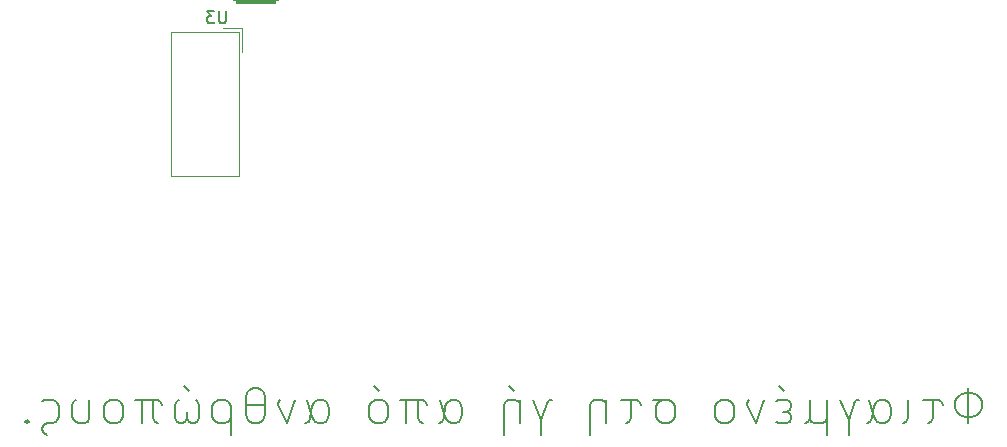
<source format=gbo>
%TF.GenerationSoftware,KiCad,Pcbnew,7.0.7*%
%TF.CreationDate,2023-10-20T22:51:04+03:00*%
%TF.ProjectId,picoballoon,7069636f-6261-46c6-9c6f-6f6e2e6b6963,rev?*%
%TF.SameCoordinates,Original*%
%TF.FileFunction,Legend,Bot*%
%TF.FilePolarity,Positive*%
%FSLAX46Y46*%
G04 Gerber Fmt 4.6, Leading zero omitted, Abs format (unit mm)*
G04 Created by KiCad (PCBNEW 7.0.7) date 2023-10-20 22:51:04*
%MOMM*%
%LPD*%
G01*
G04 APERTURE LIST*
G04 Aperture macros list*
%AMRoundRect*
0 Rectangle with rounded corners*
0 $1 Rounding radius*
0 $2 $3 $4 $5 $6 $7 $8 $9 X,Y pos of 4 corners*
0 Add a 4 corners polygon primitive as box body*
4,1,4,$2,$3,$4,$5,$6,$7,$8,$9,$2,$3,0*
0 Add four circle primitives for the rounded corners*
1,1,$1+$1,$2,$3*
1,1,$1+$1,$4,$5*
1,1,$1+$1,$6,$7*
1,1,$1+$1,$8,$9*
0 Add four rect primitives between the rounded corners*
20,1,$1+$1,$2,$3,$4,$5,0*
20,1,$1+$1,$4,$5,$6,$7,0*
20,1,$1+$1,$6,$7,$8,$9,0*
20,1,$1+$1,$8,$9,$2,$3,0*%
%AMHorizOval*
0 Thick line with rounded ends*
0 $1 width*
0 $2 $3 position (X,Y) of the first rounded end (center of the circle)*
0 $4 $5 position (X,Y) of the second rounded end (center of the circle)*
0 Add line between two ends*
20,1,$1,$2,$3,$4,$5,0*
0 Add two circle primitives to create the rounded ends*
1,1,$1,$2,$3*
1,1,$1,$4,$5*%
%AMRotRect*
0 Rectangle, with rotation*
0 The origin of the aperture is its center*
0 $1 length*
0 $2 width*
0 $3 Rotation angle, in degrees counterclockwise*
0 Add horizontal line*
21,1,$1,$2,0,0,$3*%
G04 Aperture macros list end*
%ADD10C,0.200000*%
%ADD11C,0.150000*%
%ADD12C,0.120000*%
%ADD13RoundRect,0.250002X-1.699998X-1.699998X1.699998X-1.699998X1.699998X1.699998X-1.699998X1.699998X0*%
%ADD14C,1.600000*%
%ADD15C,1.400000*%
%ADD16O,1.400000X1.400000*%
%ADD17R,1.000000X1.000000*%
%ADD18O,1.000000X1.000000*%
%ADD19RotRect,1.700000X1.700000X34.000000*%
%ADD20HorizOval,1.700000X0.000000X0.000000X0.000000X0.000000X0*%
%ADD21RotRect,1.700000X1.700000X225.000000*%
%ADD22HorizOval,1.700000X0.000000X0.000000X0.000000X0.000000X0*%
%ADD23O,0.800000X0.800000*%
%ADD24O,1.450000X2.000000*%
%ADD25O,1.150000X1.800000*%
%ADD26R,1.800000X1.800000*%
%ADD27C,1.800000*%
%ADD28RotRect,1.700000X1.700000X135.000000*%
%ADD29HorizOval,1.700000X0.000000X0.000000X0.000000X0.000000X0*%
%ADD30R,2.400000X2.400000*%
%ADD31C,2.400000*%
%ADD32C,5.300000*%
%ADD33HorizOval,1.400000X0.000000X0.000000X0.000000X0.000000X0*%
%ADD34C,1.500000*%
%ADD35RotRect,1.000000X1.000000X45.000000*%
%ADD36HorizOval,1.000000X0.000000X0.000000X0.000000X0.000000X0*%
%ADD37R,1.500000X1.500000*%
G04 APERTURE END LIST*
D10*
X182700993Y-95888457D02*
X182700993Y-92888457D01*
X182986707Y-93317028D02*
X182415279Y-93317028D01*
X182415279Y-93317028D02*
X181986707Y-93459885D01*
X181986707Y-93459885D02*
X181700993Y-93745600D01*
X181700993Y-93745600D02*
X181558136Y-94031314D01*
X181558136Y-94031314D02*
X181558136Y-94602742D01*
X181558136Y-94602742D02*
X181700993Y-94888457D01*
X181700993Y-94888457D02*
X181986707Y-95174171D01*
X181986707Y-95174171D02*
X182415279Y-95317028D01*
X182415279Y-95317028D02*
X182986707Y-95317028D01*
X182986707Y-95317028D02*
X183415279Y-95174171D01*
X183415279Y-95174171D02*
X183700993Y-94888457D01*
X183700993Y-94888457D02*
X183843850Y-94602742D01*
X183843850Y-94602742D02*
X183843850Y-94031314D01*
X183843850Y-94031314D02*
X183700993Y-93745600D01*
X183700993Y-93745600D02*
X183415279Y-93459885D01*
X183415279Y-93459885D02*
X182986707Y-93317028D01*
X180558136Y-94317028D02*
X180415279Y-94031314D01*
X180415279Y-94031314D02*
X180129565Y-93888457D01*
X180129565Y-93888457D02*
X178843850Y-93888457D01*
X179700993Y-93888457D02*
X179700993Y-95459885D01*
X179700993Y-95459885D02*
X179558136Y-95745600D01*
X179558136Y-95745600D02*
X179272422Y-95888457D01*
X177558136Y-93888457D02*
X177558136Y-95459885D01*
X177558136Y-95459885D02*
X177415279Y-95745600D01*
X177415279Y-95745600D02*
X177129564Y-95888457D01*
X174272421Y-93888457D02*
X174700993Y-95317028D01*
X174700993Y-95317028D02*
X174843850Y-95602742D01*
X174843850Y-95602742D02*
X174986707Y-95745600D01*
X174986707Y-95745600D02*
X175272421Y-95888457D01*
X175272421Y-95888457D02*
X175558135Y-95888457D01*
X175558135Y-95888457D02*
X175843850Y-95745600D01*
X175843850Y-95745600D02*
X175986707Y-95602742D01*
X175986707Y-95602742D02*
X176129564Y-95174171D01*
X176129564Y-95174171D02*
X176129564Y-94602742D01*
X176129564Y-94602742D02*
X175986707Y-94174171D01*
X175986707Y-94174171D02*
X175843850Y-94031314D01*
X175843850Y-94031314D02*
X175558135Y-93888457D01*
X175558135Y-93888457D02*
X175272421Y-93888457D01*
X175272421Y-93888457D02*
X174986707Y-94031314D01*
X174986707Y-94031314D02*
X174843850Y-94174171D01*
X174843850Y-94174171D02*
X174700993Y-94459885D01*
X174700993Y-94459885D02*
X174558135Y-95459885D01*
X174558135Y-95459885D02*
X174415278Y-95745600D01*
X174415278Y-95745600D02*
X174129564Y-95888457D01*
X172558135Y-95602742D02*
X172558135Y-96888457D01*
X173415278Y-93888457D02*
X173272421Y-93888457D01*
X173272421Y-93888457D02*
X173129564Y-94031314D01*
X173129564Y-94031314D02*
X172558135Y-95602742D01*
X172558135Y-95602742D02*
X171843850Y-93888457D01*
X170700993Y-93888457D02*
X170700993Y-96888457D01*
X169272421Y-95459885D02*
X169129564Y-95745600D01*
X169129564Y-95745600D02*
X168843850Y-95888457D01*
X170700993Y-95459885D02*
X170558136Y-95745600D01*
X170558136Y-95745600D02*
X170272421Y-95888457D01*
X170272421Y-95888457D02*
X169700993Y-95888457D01*
X169700993Y-95888457D02*
X169415279Y-95745600D01*
X169415279Y-95745600D02*
X169272421Y-95459885D01*
X169272421Y-95459885D02*
X169272421Y-93888457D01*
X167272422Y-94888457D02*
X167558136Y-95031314D01*
X167558136Y-95031314D02*
X167700993Y-95317028D01*
X167700993Y-95317028D02*
X167700993Y-95459885D01*
X167700993Y-95459885D02*
X167558136Y-95745600D01*
X167558136Y-95745600D02*
X167272422Y-95888457D01*
X167272422Y-95888457D02*
X166700993Y-95888457D01*
X166700993Y-95888457D02*
X166415279Y-95745600D01*
X166986707Y-94888457D02*
X167272422Y-94888457D01*
X167272422Y-94888457D02*
X167558136Y-94745600D01*
X167558136Y-94745600D02*
X167700993Y-94459885D01*
X167700993Y-94459885D02*
X167700993Y-94317028D01*
X167700993Y-94317028D02*
X167558136Y-94031314D01*
X167558136Y-94031314D02*
X167272422Y-93888457D01*
X167272422Y-93888457D02*
X166700993Y-93888457D01*
X166700993Y-93888457D02*
X166415279Y-94031314D01*
X166700993Y-92745600D02*
X167129564Y-93174171D01*
X165415279Y-93888457D02*
X164700993Y-95888457D01*
X164700993Y-95888457D02*
X163986708Y-94317028D01*
X163986708Y-94317028D02*
X163986708Y-94174171D01*
X163986708Y-94174171D02*
X164129565Y-93888457D01*
X162272422Y-95888457D02*
X162558137Y-95745600D01*
X162558137Y-95745600D02*
X162700994Y-95602742D01*
X162700994Y-95602742D02*
X162843851Y-95317028D01*
X162843851Y-95317028D02*
X162843851Y-94459885D01*
X162843851Y-94459885D02*
X162700994Y-94174171D01*
X162700994Y-94174171D02*
X162558137Y-94031314D01*
X162558137Y-94031314D02*
X162272422Y-93888457D01*
X162272422Y-93888457D02*
X161843851Y-93888457D01*
X161843851Y-93888457D02*
X161558137Y-94031314D01*
X161558137Y-94031314D02*
X161415280Y-94174171D01*
X161415280Y-94174171D02*
X161272422Y-94459885D01*
X161272422Y-94459885D02*
X161272422Y-95317028D01*
X161272422Y-95317028D02*
X161415280Y-95602742D01*
X161415280Y-95602742D02*
X161558137Y-95745600D01*
X161558137Y-95745600D02*
X161843851Y-95888457D01*
X161843851Y-95888457D02*
X162272422Y-95888457D01*
X155986708Y-93888457D02*
X157272422Y-93888457D01*
X157272422Y-93888457D02*
X157558137Y-94031314D01*
X157558137Y-94031314D02*
X157700994Y-94174171D01*
X157700994Y-94174171D02*
X157843851Y-94459885D01*
X157843851Y-94459885D02*
X157843851Y-95317028D01*
X157843851Y-95317028D02*
X157700994Y-95602742D01*
X157700994Y-95602742D02*
X157558137Y-95745600D01*
X157558137Y-95745600D02*
X157272422Y-95888457D01*
X157272422Y-95888457D02*
X156843851Y-95888457D01*
X156843851Y-95888457D02*
X156558137Y-95745600D01*
X156558137Y-95745600D02*
X156415280Y-95602742D01*
X156415280Y-95602742D02*
X156272422Y-95317028D01*
X156272422Y-95317028D02*
X156272422Y-94459885D01*
X156272422Y-94459885D02*
X156415280Y-94174171D01*
X156415280Y-94174171D02*
X156558137Y-94031314D01*
X156558137Y-94031314D02*
X156843851Y-93888457D01*
X154986708Y-94317028D02*
X154843851Y-94031314D01*
X154843851Y-94031314D02*
X154558137Y-93888457D01*
X154558137Y-93888457D02*
X153272422Y-93888457D01*
X154129565Y-93888457D02*
X154129565Y-95459885D01*
X154129565Y-95459885D02*
X153986708Y-95745600D01*
X153986708Y-95745600D02*
X153700994Y-95888457D01*
X151986708Y-93888457D02*
X151986708Y-95888457D01*
X151986708Y-94174171D02*
X151843851Y-94031314D01*
X151843851Y-94031314D02*
X151558136Y-93888457D01*
X151558136Y-93888457D02*
X151129565Y-93888457D01*
X151129565Y-93888457D02*
X150843851Y-94031314D01*
X150843851Y-94031314D02*
X150700994Y-94317028D01*
X150700994Y-94317028D02*
X150700994Y-96888457D01*
X146558136Y-95602742D02*
X146558136Y-96888457D01*
X147415279Y-93888457D02*
X147272422Y-93888457D01*
X147272422Y-93888457D02*
X147129565Y-94031314D01*
X147129565Y-94031314D02*
X146558136Y-95602742D01*
X146558136Y-95602742D02*
X145843851Y-93888457D01*
X144700994Y-93888457D02*
X144700994Y-95888457D01*
X144700994Y-94174171D02*
X144558137Y-94031314D01*
X144558137Y-94031314D02*
X144272422Y-93888457D01*
X144272422Y-93888457D02*
X143843851Y-93888457D01*
X143843851Y-93888457D02*
X143558137Y-94031314D01*
X143558137Y-94031314D02*
X143415280Y-94317028D01*
X143415280Y-94317028D02*
X143415280Y-96888457D01*
X143843851Y-92745600D02*
X144272422Y-93174171D01*
X137986708Y-93888457D02*
X138415280Y-95317028D01*
X138415280Y-95317028D02*
X138558137Y-95602742D01*
X138558137Y-95602742D02*
X138700994Y-95745600D01*
X138700994Y-95745600D02*
X138986708Y-95888457D01*
X138986708Y-95888457D02*
X139272422Y-95888457D01*
X139272422Y-95888457D02*
X139558137Y-95745600D01*
X139558137Y-95745600D02*
X139700994Y-95602742D01*
X139700994Y-95602742D02*
X139843851Y-95174171D01*
X139843851Y-95174171D02*
X139843851Y-94602742D01*
X139843851Y-94602742D02*
X139700994Y-94174171D01*
X139700994Y-94174171D02*
X139558137Y-94031314D01*
X139558137Y-94031314D02*
X139272422Y-93888457D01*
X139272422Y-93888457D02*
X138986708Y-93888457D01*
X138986708Y-93888457D02*
X138700994Y-94031314D01*
X138700994Y-94031314D02*
X138558137Y-94174171D01*
X138558137Y-94174171D02*
X138415280Y-94459885D01*
X138415280Y-94459885D02*
X138272422Y-95459885D01*
X138272422Y-95459885D02*
X138129565Y-95745600D01*
X138129565Y-95745600D02*
X137843851Y-95888457D01*
X135129565Y-93888457D02*
X135129565Y-95888457D01*
X136129565Y-93888457D02*
X136129565Y-95459885D01*
X136129565Y-95459885D02*
X136272422Y-95745600D01*
X136272422Y-95745600D02*
X136558137Y-95888457D01*
X134558137Y-93888457D02*
X136415280Y-93888457D01*
X136415280Y-93888457D02*
X136700994Y-94031314D01*
X136700994Y-94031314D02*
X136843851Y-94317028D01*
X132986708Y-95888457D02*
X133272423Y-95745600D01*
X133272423Y-95745600D02*
X133415280Y-95602742D01*
X133415280Y-95602742D02*
X133558137Y-95317028D01*
X133558137Y-95317028D02*
X133558137Y-94459885D01*
X133558137Y-94459885D02*
X133415280Y-94174171D01*
X133415280Y-94174171D02*
X133272423Y-94031314D01*
X133272423Y-94031314D02*
X132986708Y-93888457D01*
X132986708Y-93888457D02*
X132558137Y-93888457D01*
X132558137Y-93888457D02*
X132272423Y-94031314D01*
X132272423Y-94031314D02*
X132129566Y-94174171D01*
X132129566Y-94174171D02*
X131986708Y-94459885D01*
X131986708Y-94459885D02*
X131986708Y-95317028D01*
X131986708Y-95317028D02*
X132129566Y-95602742D01*
X132129566Y-95602742D02*
X132272423Y-95745600D01*
X132272423Y-95745600D02*
X132558137Y-95888457D01*
X132558137Y-95888457D02*
X132986708Y-95888457D01*
X132415280Y-92745600D02*
X132843851Y-93174171D01*
X126700994Y-93888457D02*
X127129566Y-95317028D01*
X127129566Y-95317028D02*
X127272423Y-95602742D01*
X127272423Y-95602742D02*
X127415280Y-95745600D01*
X127415280Y-95745600D02*
X127700994Y-95888457D01*
X127700994Y-95888457D02*
X127986708Y-95888457D01*
X127986708Y-95888457D02*
X128272423Y-95745600D01*
X128272423Y-95745600D02*
X128415280Y-95602742D01*
X128415280Y-95602742D02*
X128558137Y-95174171D01*
X128558137Y-95174171D02*
X128558137Y-94602742D01*
X128558137Y-94602742D02*
X128415280Y-94174171D01*
X128415280Y-94174171D02*
X128272423Y-94031314D01*
X128272423Y-94031314D02*
X127986708Y-93888457D01*
X127986708Y-93888457D02*
X127700994Y-93888457D01*
X127700994Y-93888457D02*
X127415280Y-94031314D01*
X127415280Y-94031314D02*
X127272423Y-94174171D01*
X127272423Y-94174171D02*
X127129566Y-94459885D01*
X127129566Y-94459885D02*
X126986708Y-95459885D01*
X126986708Y-95459885D02*
X126843851Y-95745600D01*
X126843851Y-95745600D02*
X126558137Y-95888457D01*
X125700994Y-93888457D02*
X124986708Y-95888457D01*
X124986708Y-95888457D02*
X124272423Y-94317028D01*
X124272423Y-94317028D02*
X124272423Y-94174171D01*
X124272423Y-94174171D02*
X124415280Y-93888457D01*
X123129566Y-94317028D02*
X121558137Y-94317028D01*
X122558137Y-92888457D02*
X122129566Y-92888457D01*
X122129566Y-92888457D02*
X121843852Y-93031314D01*
X121843852Y-93031314D02*
X121700995Y-93174171D01*
X121700995Y-93174171D02*
X121558137Y-93602742D01*
X121558137Y-93602742D02*
X121558137Y-95174171D01*
X121558137Y-95174171D02*
X121700995Y-95602742D01*
X121700995Y-95602742D02*
X121843852Y-95745600D01*
X121843852Y-95745600D02*
X122129566Y-95888457D01*
X122129566Y-95888457D02*
X122558137Y-95888457D01*
X122558137Y-95888457D02*
X122843852Y-95745600D01*
X122843852Y-95745600D02*
X122986709Y-95602742D01*
X122986709Y-95602742D02*
X123129566Y-95174171D01*
X123129566Y-95174171D02*
X123129566Y-93602742D01*
X123129566Y-93602742D02*
X122986709Y-93174171D01*
X122986709Y-93174171D02*
X122843852Y-93031314D01*
X122843852Y-93031314D02*
X122558137Y-92888457D01*
X120272423Y-96888457D02*
X120272423Y-94459885D01*
X120272423Y-94459885D02*
X120129566Y-94174171D01*
X120129566Y-94174171D02*
X119986709Y-94031314D01*
X119986709Y-94031314D02*
X119700994Y-93888457D01*
X119700994Y-93888457D02*
X119272423Y-93888457D01*
X119272423Y-93888457D02*
X118986709Y-94031314D01*
X118986709Y-94031314D02*
X118843851Y-94174171D01*
X118843851Y-94174171D02*
X118700994Y-94459885D01*
X118700994Y-94459885D02*
X118700994Y-95317028D01*
X118700994Y-95317028D02*
X118843851Y-95602742D01*
X118843851Y-95602742D02*
X118986709Y-95745600D01*
X118986709Y-95745600D02*
X119272423Y-95888457D01*
X119272423Y-95888457D02*
X119700994Y-95888457D01*
X119700994Y-95888457D02*
X119986709Y-95745600D01*
X119986709Y-95745600D02*
X120272423Y-95459885D01*
X116558137Y-94888457D02*
X116558137Y-95459885D01*
X117272423Y-93888457D02*
X117415280Y-94031314D01*
X117415280Y-94031314D02*
X117558137Y-94317028D01*
X117558137Y-94317028D02*
X117558137Y-95459885D01*
X117558137Y-95459885D02*
X117415280Y-95745600D01*
X117415280Y-95745600D02*
X117129566Y-95888457D01*
X117129566Y-95888457D02*
X116986708Y-95888457D01*
X116986708Y-95888457D02*
X116700994Y-95745600D01*
X116700994Y-95745600D02*
X116558137Y-95459885D01*
X116558137Y-95459885D02*
X116415280Y-95745600D01*
X116415280Y-95745600D02*
X116129566Y-95888457D01*
X116129566Y-95888457D02*
X115986708Y-95888457D01*
X115986708Y-95888457D02*
X115700994Y-95745600D01*
X115700994Y-95745600D02*
X115558137Y-95459885D01*
X115558137Y-95459885D02*
X115558137Y-94317028D01*
X115558137Y-94317028D02*
X115700994Y-94031314D01*
X115700994Y-94031314D02*
X115843851Y-93888457D01*
X116272423Y-92745600D02*
X116700994Y-93174171D01*
X112700994Y-93888457D02*
X112700994Y-95888457D01*
X113700994Y-93888457D02*
X113700994Y-95459885D01*
X113700994Y-95459885D02*
X113843851Y-95745600D01*
X113843851Y-95745600D02*
X114129566Y-95888457D01*
X112129566Y-93888457D02*
X113986709Y-93888457D01*
X113986709Y-93888457D02*
X114272423Y-94031314D01*
X114272423Y-94031314D02*
X114415280Y-94317028D01*
X110558137Y-95888457D02*
X110843852Y-95745600D01*
X110843852Y-95745600D02*
X110986709Y-95602742D01*
X110986709Y-95602742D02*
X111129566Y-95317028D01*
X111129566Y-95317028D02*
X111129566Y-94459885D01*
X111129566Y-94459885D02*
X110986709Y-94174171D01*
X110986709Y-94174171D02*
X110843852Y-94031314D01*
X110843852Y-94031314D02*
X110558137Y-93888457D01*
X110558137Y-93888457D02*
X110129566Y-93888457D01*
X110129566Y-93888457D02*
X109843852Y-94031314D01*
X109843852Y-94031314D02*
X109700995Y-94174171D01*
X109700995Y-94174171D02*
X109558137Y-94459885D01*
X109558137Y-94459885D02*
X109558137Y-95317028D01*
X109558137Y-95317028D02*
X109700995Y-95602742D01*
X109700995Y-95602742D02*
X109843852Y-95745600D01*
X109843852Y-95745600D02*
X110129566Y-95888457D01*
X110129566Y-95888457D02*
X110558137Y-95888457D01*
X108272423Y-93888457D02*
X108272423Y-95459885D01*
X108272423Y-95459885D02*
X108129566Y-95745600D01*
X108129566Y-95745600D02*
X107843851Y-95888457D01*
X107843851Y-95888457D02*
X107415280Y-95888457D01*
X107415280Y-95888457D02*
X107129566Y-95745600D01*
X107129566Y-95745600D02*
X106986709Y-95602742D01*
X106986709Y-95602742D02*
X106843851Y-95317028D01*
X106843851Y-95317028D02*
X106843851Y-94317028D01*
X106843851Y-94317028D02*
X106986709Y-94031314D01*
X106986709Y-94031314D02*
X107129566Y-93888457D01*
X104272423Y-94031314D02*
X104558137Y-93888457D01*
X104558137Y-93888457D02*
X105129565Y-93888457D01*
X105129565Y-93888457D02*
X105415280Y-94031314D01*
X105415280Y-94031314D02*
X105558137Y-94174171D01*
X105558137Y-94174171D02*
X105700994Y-94459885D01*
X105700994Y-94459885D02*
X105700994Y-95317028D01*
X105700994Y-95317028D02*
X105558137Y-95602742D01*
X105558137Y-95602742D02*
X105415280Y-95745600D01*
X105415280Y-95745600D02*
X105129565Y-95888457D01*
X105129565Y-95888457D02*
X104700994Y-95888457D01*
X104700994Y-95888457D02*
X104415280Y-96031314D01*
X104415280Y-96031314D02*
X104272423Y-96317028D01*
X104272423Y-96317028D02*
X104272423Y-96459885D01*
X104272423Y-96459885D02*
X104415280Y-96745600D01*
X104415280Y-96745600D02*
X104700994Y-96888457D01*
X102986708Y-95602742D02*
X102843851Y-95745600D01*
X102843851Y-95745600D02*
X102986708Y-95888457D01*
X102986708Y-95888457D02*
X103129565Y-95745600D01*
X103129565Y-95745600D02*
X102986708Y-95602742D01*
X102986708Y-95602742D02*
X102986708Y-95888457D01*
D11*
X119825204Y-61000119D02*
X119825204Y-61809642D01*
X119825204Y-61809642D02*
X119777585Y-61904880D01*
X119777585Y-61904880D02*
X119729966Y-61952500D01*
X119729966Y-61952500D02*
X119634728Y-62000119D01*
X119634728Y-62000119D02*
X119444252Y-62000119D01*
X119444252Y-62000119D02*
X119349014Y-61952500D01*
X119349014Y-61952500D02*
X119301395Y-61904880D01*
X119301395Y-61904880D02*
X119253776Y-61809642D01*
X119253776Y-61809642D02*
X119253776Y-61000119D01*
X118872823Y-61000119D02*
X118253776Y-61000119D01*
X118253776Y-61000119D02*
X118587109Y-61381071D01*
X118587109Y-61381071D02*
X118444252Y-61381071D01*
X118444252Y-61381071D02*
X118349014Y-61428690D01*
X118349014Y-61428690D02*
X118301395Y-61476309D01*
X118301395Y-61476309D02*
X118253776Y-61571547D01*
X118253776Y-61571547D02*
X118253776Y-61809642D01*
X118253776Y-61809642D02*
X118301395Y-61904880D01*
X118301395Y-61904880D02*
X118349014Y-61952500D01*
X118349014Y-61952500D02*
X118444252Y-62000119D01*
X118444252Y-62000119D02*
X118729966Y-62000119D01*
X118729966Y-62000119D02*
X118825204Y-61952500D01*
X118825204Y-61952500D02*
X118872823Y-61904880D01*
D12*
%TO.C,U3*%
X121223300Y-62445300D02*
X121223300Y-64445300D01*
X121223300Y-62445300D02*
X119613300Y-62445300D01*
X120943300Y-74985300D02*
X120943300Y-62735300D01*
X120933300Y-62725300D02*
X115193300Y-62725300D01*
X115183300Y-74985300D02*
X120943300Y-74985300D01*
X115183300Y-62725300D02*
X115183300Y-74985300D01*
%TD*%
%LPC*%
D13*
%TO.C,J1*%
X122428000Y-51435000D03*
%TD*%
D14*
%TO.C,C14*%
X159004000Y-56912000D03*
X159004000Y-58912000D03*
%TD*%
D15*
%TO.C,R19*%
X155930600Y-83743800D03*
D16*
X158470600Y-83743800D03*
%TD*%
D17*
%TO.C,SWD1*%
X158851600Y-71820800D03*
D18*
X158851600Y-70550800D03*
%TD*%
D19*
%TO.C,MISC3*%
X181383450Y-69522245D03*
D20*
X182803800Y-71628000D03*
X184224150Y-73733756D03*
%TD*%
D15*
%TO.C,R2*%
X112750600Y-112343400D03*
D16*
X112750600Y-114883400D03*
%TD*%
D21*
%TO.C,MISC2*%
X158419800Y-65709800D03*
D22*
X156623749Y-63913749D03*
X154827698Y-62117698D03*
X153031646Y-60321646D03*
%TD*%
D13*
%TO.C,J2*%
X122428000Y-58420000D03*
%TD*%
D23*
%TO.C,J3*%
X173309200Y-47516400D03*
X168915000Y-47440200D03*
D24*
X174799000Y-48553600D03*
D25*
X173908000Y-45753600D03*
X168258000Y-45753600D03*
D24*
X167349000Y-48553600D03*
%TD*%
D26*
%TO.C,D5*%
X172807000Y-77190600D03*
D27*
X170267000Y-77190600D03*
%TD*%
D15*
%TO.C,R3*%
X120675400Y-112343400D03*
D16*
X120675400Y-114883400D03*
%TD*%
D28*
%TO.C,MISC1*%
X130307394Y-64078806D03*
D29*
X132103445Y-62282755D03*
X133899496Y-60486704D03*
X135695548Y-58690652D03*
%TD*%
D30*
%TO.C,C9*%
X113360200Y-88773000D03*
D31*
X113360200Y-83773000D03*
%TD*%
D32*
%TO.C,H2*%
X192049400Y-49885600D03*
%TD*%
D15*
%TO.C,R23*%
X107746000Y-73660000D03*
D16*
X110286000Y-73660000D03*
%TD*%
D32*
%TO.C,H3*%
X102717600Y-50825400D03*
%TD*%
D15*
%TO.C,R21*%
X167818730Y-110336671D03*
D33*
X169614781Y-108540620D03*
%TD*%
D15*
%TO.C,R11*%
X176992200Y-77343000D03*
D16*
X179532200Y-77343000D03*
%TD*%
D17*
%TO.C,UART2*%
X139003800Y-64033400D03*
D18*
X137733800Y-64033400D03*
%TD*%
D32*
%TO.C,H1*%
X102235000Y-114731800D03*
%TD*%
%TO.C,H4*%
X193167000Y-114858800D03*
%TD*%
D34*
%TO.C,Y1*%
X127680589Y-79649189D03*
X131131270Y-83099870D03*
%TD*%
D35*
%TO.C,UART1*%
X150543381Y-64132581D03*
D36*
X151441407Y-65030607D03*
%TD*%
D14*
%TO.C,C13*%
X147167600Y-55346600D03*
X147167600Y-57346600D03*
%TD*%
%TO.C,C3*%
X131191000Y-55388000D03*
X131191000Y-57388000D03*
%TD*%
D37*
%TO.C,U3*%
X118063300Y-65045300D03*
D34*
X118063300Y-67585300D03*
X118063300Y-70125300D03*
X118063300Y-72665300D03*
%TD*%
%LPD*%
M02*

</source>
